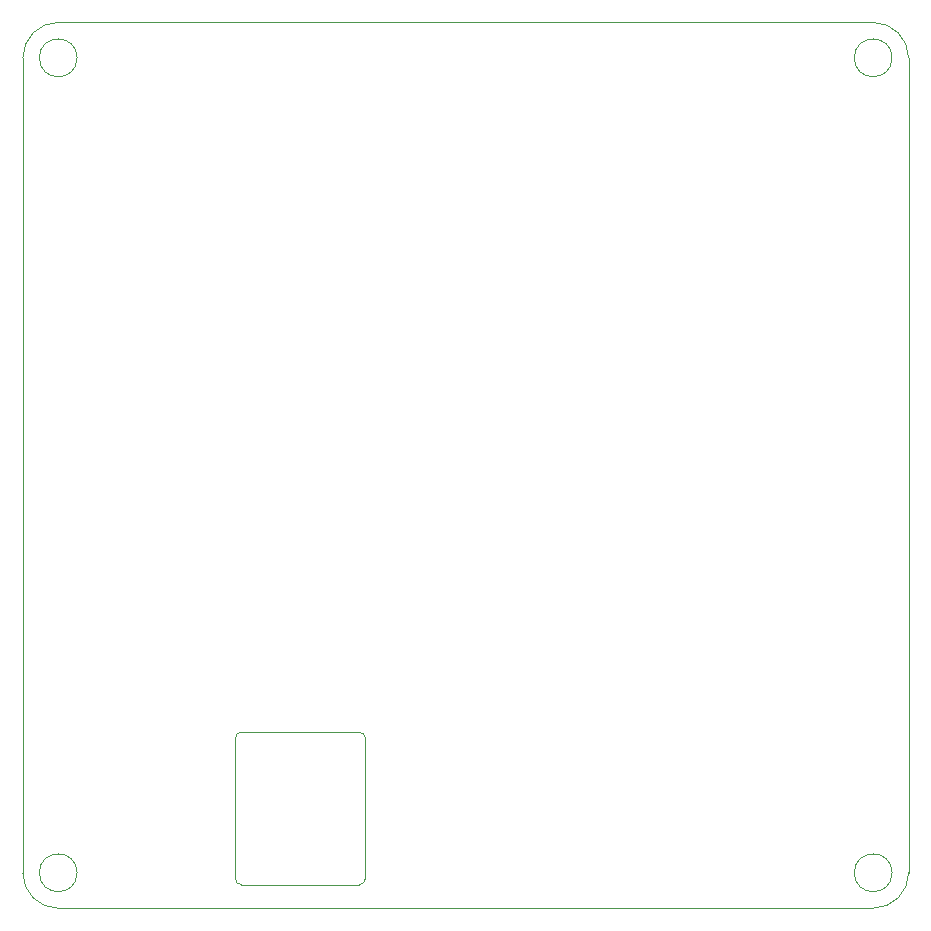
<source format=gbr>
G04 #@! TF.FileFunction,Profile,NP*
%FSLAX46Y46*%
G04 Gerber Fmt 4.6, Leading zero omitted, Abs format (unit mm)*
G04 Created by KiCad (PCBNEW 4.0.7) date 02/28/18 12:52:47*
%MOMM*%
%LPD*%
G01*
G04 APERTURE LIST*
%ADD10C,0.100000*%
G04 APERTURE END LIST*
D10*
X125500000Y-157100000D02*
X115500000Y-157100000D01*
X115000000Y-157600000D02*
G75*
G02X115500000Y-157100000I500000J0D01*
G01*
X115000000Y-157600000D02*
X115000000Y-169499997D01*
X115500000Y-169999997D02*
G75*
G02X115000000Y-169499997I0J500000D01*
G01*
X115500000Y-169999997D02*
X125500000Y-169999997D01*
X172000580Y-100000169D02*
X172000580Y-169000169D01*
X172000580Y-169000169D02*
G75*
G02X169000580Y-172000169I-3000000J0D01*
G01*
X169000580Y-172000169D02*
X100000580Y-172000169D01*
X100000580Y-172000169D02*
G75*
G02X97000580Y-169000169I0J3000000D01*
G01*
X97000580Y-169000169D02*
X97000580Y-100000169D01*
X97000580Y-100000169D02*
G75*
G02X100000580Y-97000169I3000000J0D01*
G01*
X100000580Y-97000169D02*
X169000580Y-97000169D01*
X169000580Y-97000169D02*
G75*
G02X172000580Y-100000169I0J-3000000D01*
G01*
X126000000Y-169499997D02*
G75*
G02X125500000Y-169999997I-500000J0D01*
G01*
X126000000Y-169499997D02*
X126000000Y-157600000D01*
X101600580Y-100000169D02*
G75*
G03X101600580Y-100000169I-1600000J0D01*
G01*
X101600580Y-169000169D02*
G75*
G03X101600580Y-169000169I-1600000J0D01*
G01*
X170600580Y-100000169D02*
G75*
G03X170600580Y-100000169I-1600000J0D01*
G01*
X170600580Y-169000169D02*
G75*
G03X170600580Y-169000169I-1600000J0D01*
G01*
X125500000Y-157100000D02*
G75*
G02X126000000Y-157600000I0J-500000D01*
G01*
M02*

</source>
